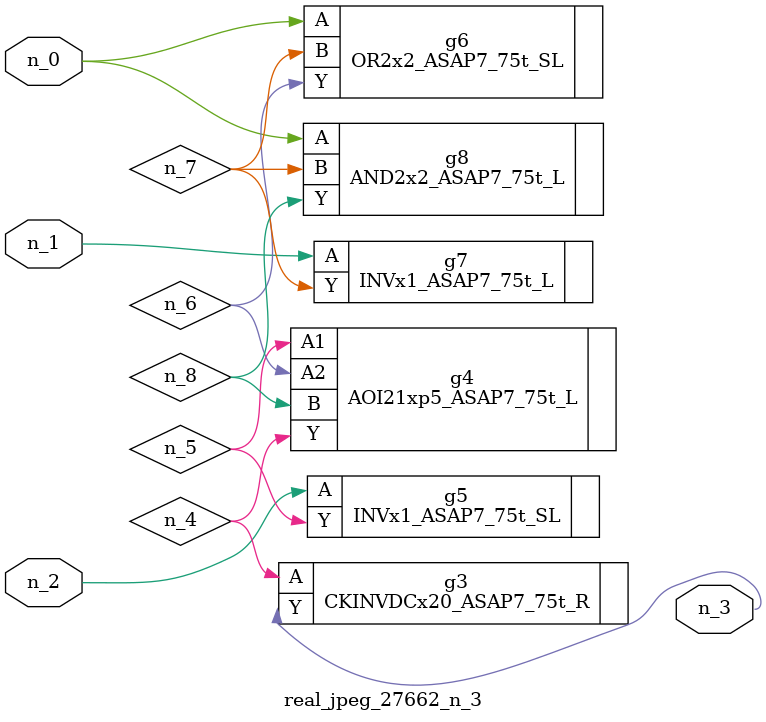
<source format=v>
module real_jpeg_27662_n_3 (n_1, n_0, n_2, n_3);

input n_1;
input n_0;
input n_2;

output n_3;

wire n_5;
wire n_4;
wire n_8;
wire n_6;
wire n_7;

OR2x2_ASAP7_75t_SL g6 ( 
.A(n_0),
.B(n_7),
.Y(n_6)
);

AND2x2_ASAP7_75t_L g8 ( 
.A(n_0),
.B(n_7),
.Y(n_8)
);

INVx1_ASAP7_75t_L g7 ( 
.A(n_1),
.Y(n_7)
);

INVx1_ASAP7_75t_SL g5 ( 
.A(n_2),
.Y(n_5)
);

CKINVDCx20_ASAP7_75t_R g3 ( 
.A(n_4),
.Y(n_3)
);

AOI21xp5_ASAP7_75t_L g4 ( 
.A1(n_5),
.A2(n_6),
.B(n_8),
.Y(n_4)
);


endmodule
</source>
